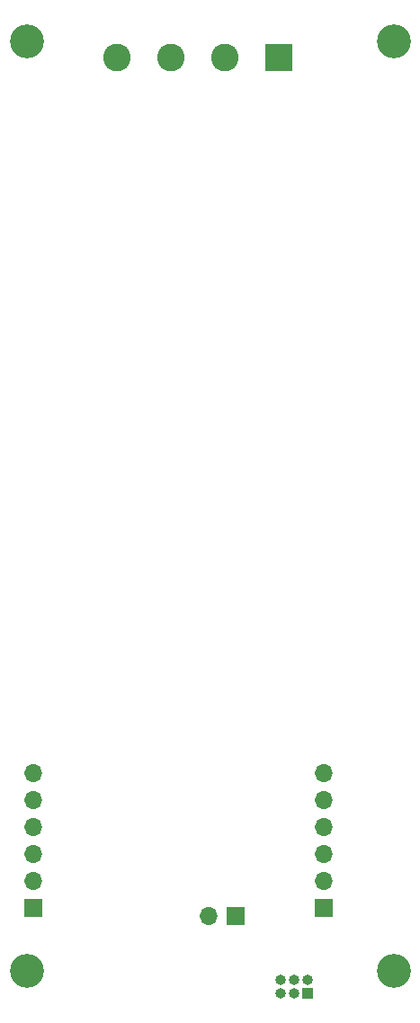
<source format=gbr>
%TF.GenerationSoftware,KiCad,Pcbnew,7.0.7*%
%TF.CreationDate,2024-01-28T22:13:11+01:00*%
%TF.ProjectId,relayTracker,72656c61-7954-4726-9163-6b65722e6b69,rev?*%
%TF.SameCoordinates,Original*%
%TF.FileFunction,Soldermask,Bot*%
%TF.FilePolarity,Negative*%
%FSLAX46Y46*%
G04 Gerber Fmt 4.6, Leading zero omitted, Abs format (unit mm)*
G04 Created by KiCad (PCBNEW 7.0.7) date 2024-01-28 22:13:11*
%MOMM*%
%LPD*%
G01*
G04 APERTURE LIST*
%ADD10R,1.000000X1.000000*%
%ADD11O,1.000000X1.000000*%
%ADD12R,1.700000X1.700000*%
%ADD13O,1.700000X1.700000*%
%ADD14C,3.200000*%
%ADD15R,2.600000X2.600000*%
%ADD16C,2.600000*%
G04 APERTURE END LIST*
D10*
%TO.C,U201*%
X120909000Y-103642000D03*
D11*
X120909000Y-102372000D03*
X119639000Y-103642000D03*
X119639000Y-102372000D03*
X118369000Y-103642000D03*
X118369000Y-102372000D03*
%TD*%
D12*
%TO.C,J402*%
X114173000Y-96393000D03*
D13*
X111633000Y-96393000D03*
%TD*%
D14*
%TO.C,REF\u002A\u002A*%
X94500000Y-14000000D03*
%TD*%
%TO.C,REF\u002A\u002A*%
X94500000Y-101500000D03*
%TD*%
D12*
%TO.C,J401*%
X95123000Y-95631000D03*
D13*
X95123000Y-93091000D03*
X95123000Y-90551000D03*
X95123000Y-88011000D03*
X95123000Y-85471000D03*
X95123000Y-82931000D03*
%TD*%
D15*
%TO.C,J101*%
X118240000Y-15500000D03*
D16*
X113160000Y-15500000D03*
X108080000Y-15500000D03*
X103000000Y-15500000D03*
%TD*%
D12*
%TO.C,J403*%
X122428000Y-95631000D03*
D13*
X122428000Y-93091000D03*
X122428000Y-90551000D03*
X122428000Y-88011000D03*
X122428000Y-85471000D03*
X122428000Y-82931000D03*
%TD*%
D14*
%TO.C,REF\u002A\u002A*%
X129000000Y-14000000D03*
%TD*%
%TO.C,REF\u002A\u002A*%
X129000000Y-101500000D03*
%TD*%
M02*

</source>
